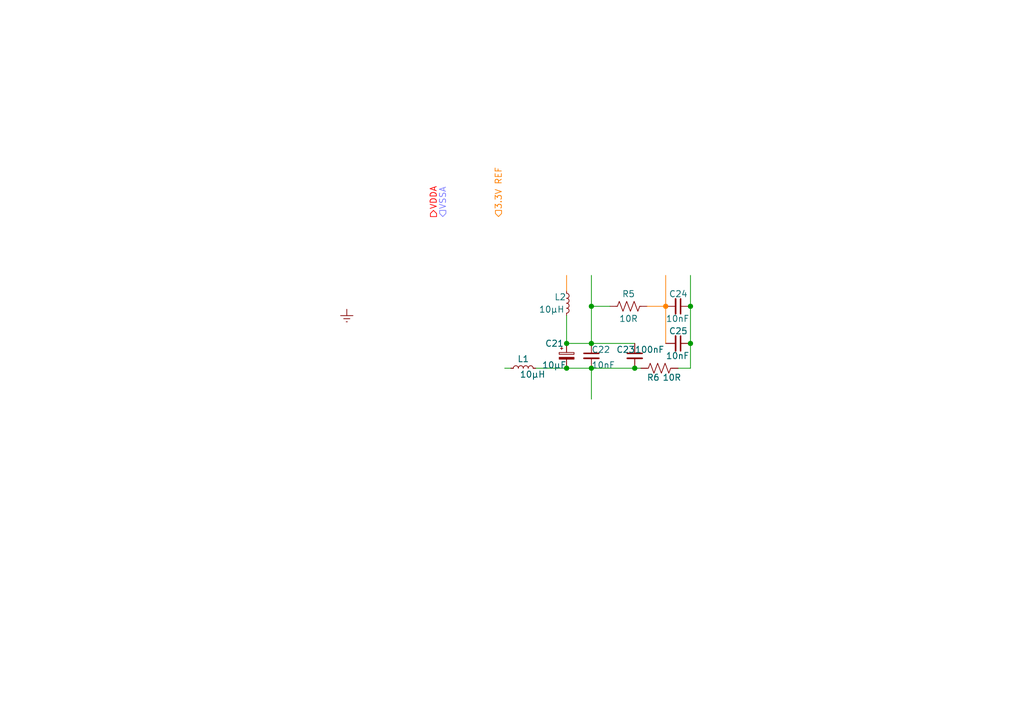
<source format=kicad_sch>
(kicad_sch (version 20231120) (generator "eeschema") (generator_version "8.0")
  (paper "A5")
  (title_block (title "VREF VDDA VSSA") (date "2024-10-26") (company "Designer: Ginsakura"))
  (lib_symbols
    (symbol "Device:C_Polarized_Small" (pin_numbers hide) (pin_names (offset 0.254) hide)
      (property "Reference" "C" (at 0.254 1.778 0))
      (property "Value" "C_Polarized_Small" (at 0.254 -2.032 0))
      (symbol "C_Polarized_Small_0_1"
        (rectangle (start -1.524 -0.3048) (end 1.524 -0.6858) (fill (type outline)))
        (rectangle (start -1.524 0.6858) (end 1.524 0.3048))
        (polyline (pts (xy -1.27 1.524) (xy -0.762 1.524)))
        (polyline (pts (xy -1.016 1.27) (xy -1.016 1.778)))
      )
      (symbol "C_Polarized_Small_1_1"
        (pin passive line (at 0 2.54 270) (length 1.8542) (name "~") (number "1"))
        (pin passive line (at 0 -2.54 90) (length 1.8542) (name "~") (number "2"))
      )
    )
    (symbol "Device:C_Small" (pin_numbers hide) (pin_names (offset 0.254) hide)
      (property "Reference" "C" (at 0.254 1.778 0))
      (property "Value" "C_Small" (at 0.254 -2.032 0))
      (symbol "C_Small_0_1"
        (polyline (pts (xy -1.524 -0.508) (xy 1.524 -0.508)) (stroke (width 0.3302)))
        (polyline (pts (xy -1.524 0.508) (xy 1.524 0.508)) (stroke (width 0.3048)))
      )
      (symbol "C_Small_1_1"
        (pin passive line (at 0 2.54 270) (length 2.032) (name "~") (number "1"))
        (pin passive line (at 0 -2.54 90) (length 2.032) (name "~") (number "2"))
      )
    )
    (symbol "Device:L_Small" (pin_numbers hide) (pin_names (offset 0.254) hide)
      (property "Reference" "L" (at 0.762 1.016 0))
      (property "Value" "L_Small" (at 0.762 -1.016 0))
      (symbol "L_Small_0_1"
        (arc (start 0 -2.032) (mid 0.5058 -1.524) (end 0 -1.016))
        (arc (start 0 -1.016) (mid 0.5058 -0.508) (end 0 0))
        (arc (start 0 0) (mid 0.5058 0.508) (end 0 1.016))
        (arc (start 0 1.016) (mid 0.5058 1.524) (end 0 2.032))
      )
      (symbol "L_Small_1_1"
        (pin passive line (at 0 2.54 270) (length 0.508) (name "~") (number "1"))
        (pin passive line (at 0 -2.54 90) (length 0.508) (name "~") (number "2"))
      )
    )
    (symbol "Device:R_US" (pin_numbers hide) (pin_names (offset 0))
      (property "Reference" "R" (at 2.54 0 90))
      (property "Value" "R_US" (at -2.54 0 90))
      (symbol "R_US_0_1"
        (polyline (pts (xy 0 -2.286) (xy 0 -2.54)))
        (polyline (pts (xy 0 2.286) (xy 0 2.54)))
        (polyline (pts (xy 0 -0.762) (xy 1.016 -1.143) (xy 0 -1.524) (xy -1.016 -1.905) (xy 0 -2.286)))
        (polyline (pts (xy 0 0.762) (xy 1.016 0.381) (xy 0 0) (xy -1.016 -0.381) (xy 0 -0.762)))
        (polyline (pts (xy 0 2.286) (xy 1.016 1.905) (xy 0 1.524) (xy -1.016 1.143) (xy 0 0.762)))
      )
      (symbol "R_US_1_1"
        (pin passive line (at 0 3.81 270) (length 1.27) (name "~") (number "1"))
        (pin passive line (at 0 -3.81 90) (length 1.27) (name "~") (number "2"))
      )
    )
    (symbol "power:Earth" (power) (pin_numbers hide) (pin_names (offset 0) hide)
      (property "Value" "Earth" (at 0 -3.81 0))
      (symbol "Earth_0_1"
        (polyline (pts (xy -0.635 -1.905) (xy 0.635 -1.905)))
        (polyline (pts (xy -0.127 -2.54) (xy 0.127 -2.54)))
        (polyline (pts (xy 0 -1.27) (xy 0 0)))
        (polyline (pts (xy 1.27 -1.27) (xy -1.27 -1.27)))
      )
      (symbol "Earth_1_1"
        (pin power_in line (at 0 0 270) (length 0) (name "~") (number "1"))
      )
    )
  )
  (junction (at 141.605 62.865))
  (junction (at 130.175 75.565))
  (junction (at 116.205 70.485))
  (junction (at 141.605 70.485))
  (junction (at 136.525 62.865) (color 255 127 0 1))
  (junction (at 116.205 75.565))
  (junction (at 121.285 70.485))
  (junction (at 121.285 62.865))
  (junction (at 121.285 75.565))
  (wire (pts (xy 132.715 62.865) (xy 136.525 62.865)) (stroke (width 0) (color 255 127 0 1)))
  (wire (pts (xy 136.525 62.865) (xy 136.525 70.485)) (stroke (width 0) (color 255 127 0 1)))
  (wire (pts (xy 121.285 75.565) (xy 130.175 75.565)))
  (wire (pts (xy 130.175 75.565) (xy 131.445 75.565)))
  (wire (pts (xy 121.285 70.485) (xy 130.175 70.485)))
  (wire (pts (xy 121.285 56.515) (xy 121.285 62.865)))
  (wire (pts (xy 141.605 62.865) (xy 141.605 70.485)))
  (wire (pts (xy 125.095 62.865) (xy 121.285 62.865)))
  (wire (pts (xy 116.205 75.565) (xy 121.285 75.565)))
  (wire (pts (xy 121.285 62.865) (xy 121.285 70.485)))
  (wire (pts (xy 141.605 75.565) (xy 141.605 70.485)))
  (wire (pts (xy 109.855 75.565) (xy 116.205 75.565)))
  (wire (pts (xy 139.065 75.565) (xy 141.605 75.565)))
  (wire (pts (xy 141.605 56.515) (xy 141.605 62.865)))
  (wire (pts (xy 116.205 70.485) (xy 121.285 70.485)))
  (wire (pts (xy 116.205 64.77) (xy 116.205 70.485)))
  (wire (pts (xy 116.205 56.515) (xy 116.205 59.69)) (stroke (width 0) (color 255 127 0 1)))
  (wire (pts (xy 121.285 75.565) (xy 121.285 81.915)))
  (wire (pts (xy 103.505 75.565) (xy 104.775 75.565)))
  (wire (pts (xy 136.525 56.515) (xy 136.525 62.865)) (stroke (width 0) (color 255 127 0 1)))
  (hierarchical_label "VSSA" (shape input) (at 90.805 44.45 90))
  (hierarchical_label "VDDA" (shape output) (at 88.9 44.45 90))
  (hierarchical_label "3.3V REF" (shape input) (at 102.235 44.45 90))
  (symbol (lib_id "Device:C_Small") (at 121.285 73.025 0) (unit 1)
    (property "Reference" "C22" (at 121.285 71.755 0) (effects (justify left)))
    (property "Value" "10nF" (at 121.285 74.93 0) (effects (justify left)))
    (property "Footprint" "Capacitor_SMD:C_0603_1608Metric" (effects (hide yes)))
    (property "Description" "Unpolarized capacitor, small symbol" (effects (hide yes)))
  )
  (symbol (lib_id "Device:R_US") (at 135.255 75.565 270) (unit 1)
    (property "Reference" "R6" (at 133.985 77.47 90))
    (property "Value" "10R" (at 137.795 77.47 90))
    (property "Footprint" "Resistor_SMD:R_0805_2012Metric" (effects (hide yes)))
    (property "Description" "Resistor, US symbol" (effects (hide yes)))
  )
  (symbol (lib_id "Device:C_Small") (at 139.065 62.865 270) (unit 1)
    (property "Reference" "C24" (at 137.16 60.325 90) (effects (justify left)))
    (property "Value" "10nF" (at 136.525 65.405 90) (effects (justify left)))
    (property "Footprint" "Capacitor_SMD:C_0603_1608Metric" (effects (hide yes)))
    (property "Description" "Unpolarized capacitor, small symbol" (effects (hide yes)))
  )
  (symbol (lib_id "power:Earth") (at 71.12 63.5 0) (unit 1)
    (property "Reference" "#PWR010" (effects (hide yes)))
    (property "Value" "Earth" (effects (hide yes)))
    (property "Description" "Power symbol creates a global label with name \"Earth\"" (effects (hide yes)))
  )
  (symbol (lib_id "Device:R_US") (at 128.905 62.865 270) (unit 1)
    (property "Reference" "R5" (at 128.905 60.325 90))
    (property "Value" "10R" (at 128.905 65.405 90))
    (property "Footprint" "Resistor_SMD:R_0805_2012Metric" (effects (hide yes)))
    (property "Description" "Resistor, US symbol" (effects (hide yes)))
  )
  (symbol (lib_id "Device:L_Small") (at 107.315 75.565 90) (unit 1)
    (property "Reference" "L1" (at 107.315 73.66 90))
    (property "Value" "10μH" (at 109.22 76.835 90))
    (property "Footprint" "Inductor_SMD:L_0805_2012Metric" (effects (hide yes)))
    (property "Description" "Inductor, small symbol" (effects (hide yes)))
  )
  (symbol (lib_id "Device:C_Small") (at 130.175 73.025 0) (unit 1)
    (property "Reference" "C23" (at 126.365 71.755 0) (effects (justify left)))
    (property "Value" "100nF" (at 130.175 71.755 0) (effects (justify left)))
    (property "Footprint" "Capacitor_SMD:C_0603_1608Metric" (effects (hide yes)))
    (property "Description" "Unpolarized capacitor, small symbol" (effects (hide yes)))
  )
  (symbol (lib_id "Device:C_Small") (at 139.065 70.485 270) (unit 1)
    (property "Reference" "C25" (at 137.16 67.945 90) (effects (justify left)))
    (property "Value" "10nF" (at 136.525 73.025 90) (effects (justify left)))
    (property "Footprint" "Capacitor_SMD:C_0603_1608Metric" (effects (hide yes)))
    (property "Description" "Unpolarized capacitor, small symbol" (effects (hide yes)))
  )
  (symbol (lib_id "Device:C_Polarized_Small") (at 116.205 73.025 0) (unit 1)
    (property "Reference" "C21" (at 111.76 70.485 0) (effects (justify left)))
    (property "Value" "10μF" (at 111.125 74.93 0) (effects (justify left)))
    (property "Footprint" "Capacitor_Tantalum_SMD:CP_EIA-3216-18_Kemet-A" (effects (hide yes)))
    (property "Description" "Polarized capacitor, small symbol" (effects (hide yes)))
  )
  (symbol (lib_id "Device:L_Small") (at 116.205 62.23 0) (unit 1)
    (property "Reference" "L2" (at 113.665 60.96 0) (effects (justify left)))
    (property "Value" "10μH" (at 110.49 63.5 0) (effects (justify left)))
    (property "Footprint" "Inductor_SMD:L_0805_2012Metric" (effects (hide yes)))
    (property "Description" "Inductor, small symbol" (effects (hide yes)))
  )
)
</source>
